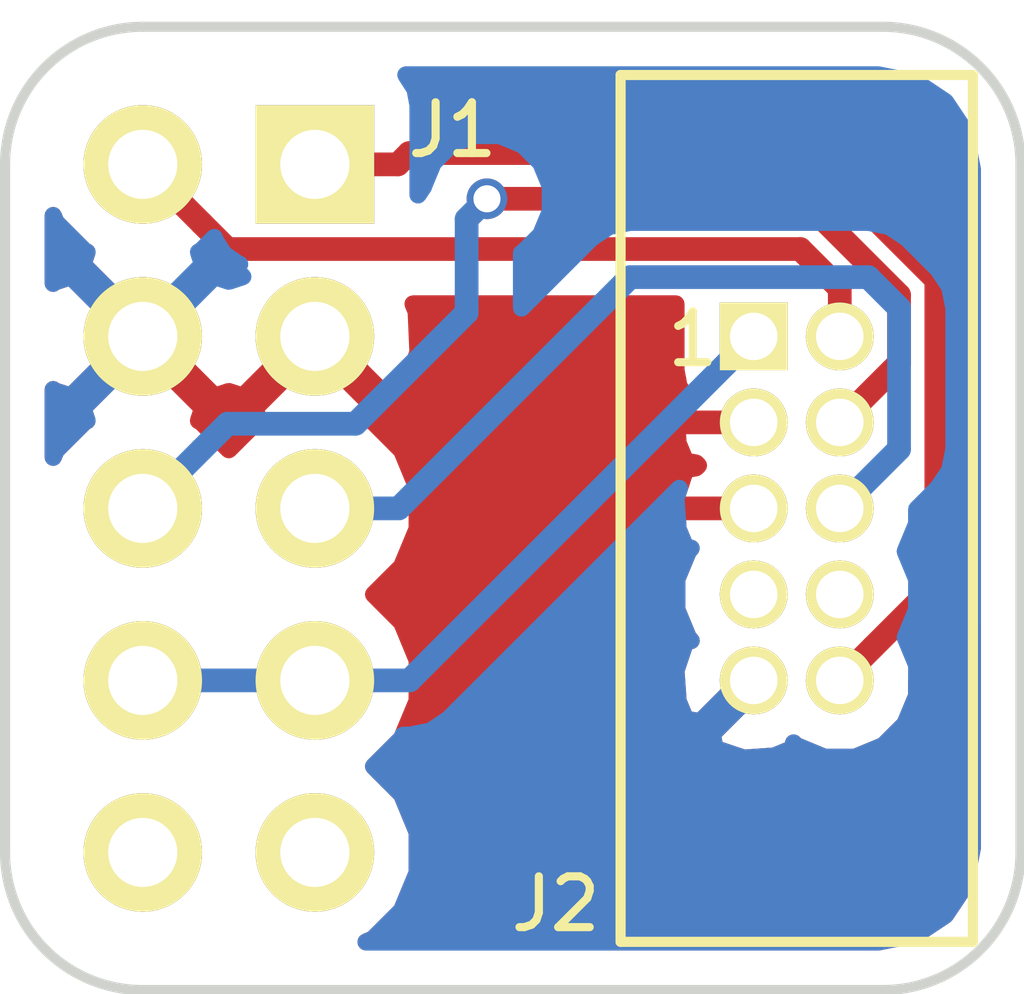
<source format=kicad_pcb>
(kicad_pcb (version 4) (host pcbnew 4.0.0-rc1-stable)

  (general
    (links 10)
    (no_connects 0)
    (area 145.720999 102.473 160.857001 117.423001)
    (thickness 1.6)
    (drawings 9)
    (tracks 36)
    (zones 0)
    (modules 2)
    (nets 11)
  )

  (page A4)
  (layers
    (0 F.Cu signal)
    (31 B.Cu signal)
    (32 B.Adhes user)
    (33 F.Adhes user)
    (34 B.Paste user)
    (35 F.Paste user)
    (36 B.SilkS user)
    (37 F.SilkS user)
    (38 B.Mask user)
    (39 F.Mask user)
    (40 Dwgs.User user)
    (41 Cmts.User user)
    (42 Eco1.User user)
    (43 Eco2.User user)
    (44 Edge.Cuts user)
    (45 Margin user)
    (46 B.CrtYd user)
    (47 F.CrtYd user)
    (48 B.Fab user)
    (49 F.Fab user)
  )

  (setup
    (last_trace_width 0.35)
    (user_trace_width 0.35)
    (trace_clearance 0.2)
    (zone_clearance 0.508)
    (zone_45_only no)
    (trace_min 0.2)
    (segment_width 0.2)
    (edge_width 0.15)
    (via_size 0.6)
    (via_drill 0.4)
    (via_min_size 0.4)
    (via_min_drill 0.3)
    (uvia_size 0.3)
    (uvia_drill 0.1)
    (uvias_allowed no)
    (uvia_min_size 0.2)
    (uvia_min_drill 0.1)
    (pcb_text_width 0.3)
    (pcb_text_size 1.5 1.5)
    (mod_edge_width 0.15)
    (mod_text_size 1 1)
    (mod_text_width 0.15)
    (pad_size 1.524 1.524)
    (pad_drill 0.762)
    (pad_to_mask_clearance 0.2)
    (aux_axis_origin 0 0)
    (visible_elements FFFFFF7F)
    (pcbplotparams
      (layerselection 0x010f0_80000001)
      (usegerberextensions false)
      (excludeedgelayer true)
      (linewidth 0.100000)
      (plotframeref false)
      (viasonmask false)
      (mode 1)
      (useauxorigin false)
      (hpglpennumber 1)
      (hpglpenspeed 20)
      (hpglpendiameter 15)
      (hpglpenoverlay 2)
      (psnegative false)
      (psa4output false)
      (plotreference true)
      (plotvalue true)
      (plotinvisibletext false)
      (padsonsilk false)
      (subtractmaskfromsilk false)
      (outputformat 1)
      (mirror false)
      (drillshape 0)
      (scaleselection 1)
      (outputdirectory gerbers))
  )

  (net 0 "")
  (net 1 /RST)
  (net 2 /SWDIO)
  (net 3 /GND)
  (net 4 /SWIM)
  (net 5 /SWCLK)
  (net 6 /3.3V)
  (net 7 "Net-(J1-Pad9)")
  (net 8 "Net-(J1-Pad10)")
  (net 9 "Net-(J2-Pad7)")
  (net 10 "Net-(J2-Pad8)")

  (net_class Default "This is the default net class."
    (clearance 0.2)
    (trace_width 0.25)
    (via_dia 0.6)
    (via_drill 0.4)
    (uvia_dia 0.3)
    (uvia_drill 0.1)
    (add_net /3.3V)
    (add_net /GND)
    (add_net /RST)
    (add_net /SWCLK)
    (add_net /SWDIO)
    (add_net /SWIM)
    (add_net "Net-(J1-Pad10)")
    (add_net "Net-(J1-Pad9)")
    (add_net "Net-(J2-Pad7)")
    (add_net "Net-(J2-Pad8)")
  )

  (module kicadlib:ARM_10_PIN (layer F.Cu) (tedit 5643C580) (tstamp 5643CB03)
    (at 157.48 110.236)
    (path /5643BF5B)
    (fp_text reference J2 (at -3.556 5.842) (layer F.SilkS)
      (effects (font (size 0.75 0.75) (thickness 0.12)))
    )
    (fp_text value ARM_10PIN (at 0 3.81) (layer F.Fab)
      (effects (font (size 0.75 0.75) (thickness 0.12)))
    )
    (fp_line (start -2.6 -6.4) (end 2.6 -6.4) (layer F.SilkS) (width 0.15))
    (fp_line (start -2.6 6.4) (end -2.6 -6.4) (layer F.SilkS) (width 0.15))
    (fp_line (start 2.6 6.4) (end -2.6 6.4) (layer F.SilkS) (width 0.15))
    (fp_line (start 2.6 -6.4) (end 2.6 6.4) (layer F.SilkS) (width 0.15))
    (fp_text user 1 (at -1.535 -2.5) (layer F.SilkS)
      (effects (font (size 0.75 0.75) (thickness 0.12)))
    )
    (pad 1 thru_hole rect (at -0.635 -2.54) (size 1 1) (drill 0.70104) (layers *.Cu *.Mask F.SilkS)
      (net 6 /3.3V))
    (pad 2 thru_hole circle (at 0.635 -2.54) (size 1 1) (drill 0.70104) (layers *.Cu *.Mask F.SilkS)
      (net 2 /SWDIO))
    (pad 3 thru_hole circle (at -0.635 -1.27) (size 1 1) (drill 0.70104) (layers *.Cu *.Mask F.SilkS)
      (net 3 /GND))
    (pad 4 thru_hole circle (at 0.635 -1.27) (size 1 1) (drill 0.70104) (layers *.Cu *.Mask F.SilkS)
      (net 5 /SWCLK))
    (pad 5 thru_hole circle (at -0.635 0) (size 1 1) (drill 0.70104) (layers *.Cu *.Mask F.SilkS)
      (net 3 /GND))
    (pad 6 thru_hole circle (at 0.635 0) (size 1 1) (drill 0.70104) (layers *.Cu *.Mask F.SilkS)
      (net 4 /SWIM))
    (pad 7 thru_hole circle (at -0.635 1.27) (size 1 1) (drill 0.70104) (layers *.Cu *.Mask F.SilkS)
      (net 9 "Net-(J2-Pad7)"))
    (pad 8 thru_hole circle (at 0.635 1.27) (size 1 1) (drill 0.70104) (layers *.Cu *.Mask F.SilkS)
      (net 10 "Net-(J2-Pad8)"))
    (pad 9 thru_hole circle (at -0.635 2.54) (size 1 1) (drill 0.70104) (layers *.Cu *.Mask F.SilkS)
      (net 3 /GND))
    (pad 10 thru_hole circle (at 0.635 2.54) (size 1 1) (drill 0.70104) (layers *.Cu *.Mask F.SilkS)
      (net 1 /RST))
    (model ${KIPRJMOD}/kicadlib/kicadlib.pretty/models/ARM_10_PIN_TH_SHRD.wrl
      (at (xyz -0.102 -0.25 0))
      (scale (xyz 0.395 0.4 0.4))
      (rotate (xyz 0 0 -90))
    )
  )

  (module kicadlib:ARM_10_PIN_0.1_TH_RIGHTANGLE (layer F.Cu) (tedit 5643C583) (tstamp 5643CAF0)
    (at 150.368 105.156)
    (path /5643C704)
    (fp_text reference J1 (at 2.032 -0.508) (layer F.SilkS)
      (effects (font (size 0.75 0.75) (thickness 0.12)))
    )
    (fp_text value 2X5_HDR (at -1.27 -1.778) (layer F.Fab)
      (effects (font (size 0.75 0.75) (thickness 0.12)))
    )
    (pad 1 thru_hole rect (at 0 0) (size 1.75 1.75) (drill 1.02) (layers *.Cu *.Mask F.SilkS)
      (net 1 /RST))
    (pad 2 thru_hole circle (at -2.54 0) (size 1.75 1.75) (drill 1.02) (layers *.Cu *.Mask F.SilkS)
      (net 2 /SWDIO))
    (pad 3 thru_hole circle (at 0 2.54) (size 1.75 1.75) (drill 1.02) (layers *.Cu *.Mask F.SilkS)
      (net 3 /GND))
    (pad 4 thru_hole circle (at -2.54 2.54) (size 1.75 1.75) (drill 1.02) (layers *.Cu *.Mask F.SilkS)
      (net 3 /GND))
    (pad 5 thru_hole circle (at 0 5.08) (size 1.75 1.75) (drill 1.02) (layers *.Cu *.Mask F.SilkS)
      (net 4 /SWIM))
    (pad 6 thru_hole circle (at -2.54 5.08) (size 1.75 1.75) (drill 1.02) (layers *.Cu *.Mask F.SilkS)
      (net 5 /SWCLK))
    (pad 7 thru_hole circle (at 0 7.62) (size 1.75 1.75) (drill 1.02) (layers *.Cu *.Mask F.SilkS)
      (net 6 /3.3V))
    (pad 8 thru_hole circle (at -2.54 7.62) (size 1.75 1.75) (drill 1.02) (layers *.Cu *.Mask F.SilkS)
      (net 6 /3.3V))
    (pad 9 thru_hole circle (at 0 10.16) (size 1.75 1.75) (drill 1.02) (layers *.Cu *.Mask F.SilkS)
      (net 7 "Net-(J1-Pad9)"))
    (pad 10 thru_hole circle (at -2.54 10.16) (size 1.75 1.75) (drill 1.02) (layers *.Cu *.Mask F.SilkS)
      (net 8 "Net-(J1-Pad10)"))
  )

  (gr_text "github.com/noahp/\n2x5toCortexAdapt\nv1" (at 155.702 114.9985 180) (layer B.Mask)
    (effects (font (size 0.5 0.5) (thickness 0.125)) (justify mirror))
  )
  (gr_line (start 158.75 117.348) (end 147.828 117.348) (angle 90) (layer Edge.Cuts) (width 0.15))
  (gr_line (start 160.782 105.156) (end 160.782 115.316) (angle 90) (layer Edge.Cuts) (width 0.15))
  (gr_line (start 147.828 103.124) (end 158.75 103.124) (angle 90) (layer Edge.Cuts) (width 0.15))
  (gr_line (start 145.796 115.316) (end 145.796 105.156) (angle 90) (layer Edge.Cuts) (width 0.15))
  (gr_arc (start 147.828 115.316) (end 147.828 117.348) (angle 90) (layer Edge.Cuts) (width 0.15))
  (gr_arc (start 158.75 115.316) (end 160.782 115.316) (angle 90) (layer Edge.Cuts) (width 0.15))
  (gr_arc (start 158.75 105.156) (end 158.75 103.124) (angle 90) (layer Edge.Cuts) (width 0.15))
  (gr_arc (start 147.828 105.156) (end 145.796 105.156) (angle 90) (layer Edge.Cuts) (width 0.15))

  (segment (start 150.368 105.156) (end 151.593 105.156) (width 0.35) (layer F.Cu) (net 1))
  (segment (start 151.593 105.156) (end 151.760001 104.988999) (width 0.35) (layer F.Cu) (net 1))
  (segment (start 151.760001 104.988999) (end 157.670766 104.988999) (width 0.35) (layer F.Cu) (net 1))
  (segment (start 157.670766 104.988999) (end 159.540011 106.858243) (width 0.35) (layer F.Cu) (net 1))
  (segment (start 159.540011 106.858243) (end 159.540011 111.350989) (width 0.35) (layer F.Cu) (net 1))
  (segment (start 159.540011 111.350989) (end 158.614999 112.276001) (width 0.35) (layer F.Cu) (net 1))
  (segment (start 158.614999 112.276001) (end 158.115 112.776) (width 0.35) (layer F.Cu) (net 1))
  (segment (start 158.115 107.696) (end 158.115 106.988894) (width 0.35) (layer F.Cu) (net 2))
  (segment (start 158.115 106.988894) (end 157.532107 106.406001) (width 0.35) (layer F.Cu) (net 2))
  (segment (start 157.532107 106.406001) (end 149.078001 106.406001) (width 0.35) (layer F.Cu) (net 2))
  (segment (start 149.078001 106.406001) (end 148.702999 106.030999) (width 0.35) (layer F.Cu) (net 2))
  (segment (start 148.702999 106.030999) (end 147.828 105.156) (width 0.35) (layer F.Cu) (net 2))
  (segment (start 156.845 110.236) (end 152.908 110.236) (width 0.35) (layer F.Cu) (net 3))
  (segment (start 152.908 110.236) (end 150.368 107.696) (width 0.35) (layer F.Cu) (net 3))
  (segment (start 156.845 108.966) (end 151.638 108.966) (width 0.35) (layer F.Cu) (net 3))
  (segment (start 151.638 108.966) (end 150.368 107.696) (width 0.35) (layer F.Cu) (net 3))
  (segment (start 158.115 110.236) (end 158.990001 109.360999) (width 0.35) (layer B.Cu) (net 4))
  (segment (start 158.990001 109.360999) (end 158.990001 107.275999) (width 0.35) (layer B.Cu) (net 4))
  (segment (start 158.990001 107.275999) (end 158.535001 106.820999) (width 0.35) (layer B.Cu) (net 4))
  (segment (start 158.535001 106.820999) (end 155.020437 106.820999) (width 0.35) (layer B.Cu) (net 4))
  (segment (start 155.020437 106.820999) (end 151.605436 110.236) (width 0.35) (layer B.Cu) (net 4))
  (segment (start 151.605436 110.236) (end 150.368 110.236) (width 0.35) (layer B.Cu) (net 4))
  (segment (start 152.908 105.664) (end 152.608001 105.963999) (width 0.35) (layer B.Cu) (net 5))
  (segment (start 152.608001 105.963999) (end 152.608001 107.345999) (width 0.35) (layer B.Cu) (net 5))
  (segment (start 152.608001 107.345999) (end 150.968001 108.985999) (width 0.35) (layer B.Cu) (net 5))
  (segment (start 150.968001 108.985999) (end 149.078001 108.985999) (width 0.35) (layer B.Cu) (net 5))
  (segment (start 149.078001 108.985999) (end 148.702999 109.361001) (width 0.35) (layer B.Cu) (net 5))
  (segment (start 148.702999 109.361001) (end 147.828 110.236) (width 0.35) (layer B.Cu) (net 5))
  (segment (start 158.115 108.966) (end 158.990001 108.090999) (width 0.35) (layer F.Cu) (net 5))
  (segment (start 158.990001 108.090999) (end 158.990001 107.086064) (width 0.35) (layer F.Cu) (net 5))
  (segment (start 158.990001 107.086064) (end 157.567937 105.664) (width 0.35) (layer F.Cu) (net 5))
  (segment (start 157.567937 105.664) (end 152.908 105.664) (width 0.35) (layer F.Cu) (net 5))
  (via (at 152.908 105.664) (size 0.6) (drill 0.4) (layers F.Cu B.Cu) (net 5))
  (segment (start 150.368 112.776) (end 151.765 112.776) (width 0.35) (layer B.Cu) (net 6))
  (segment (start 151.765 112.776) (end 156.845 107.696) (width 0.35) (layer B.Cu) (net 6))
  (segment (start 147.828 112.776) (end 150.368 112.776) (width 0.35) (layer B.Cu) (net 6))

  (zone (net 3) (net_name /GND) (layer F.Cu) (tstamp 5643CC16) (hatch edge 0.508)
    (connect_pads (clearance 0.508))
    (min_thickness 0.254)
    (fill yes (arc_segments 16) (thermal_gap 0.508) (thermal_bridge_width 0.508))
    (polygon
      (pts
        (xy 160.782 117.348) (xy 145.796 117.348) (xy 145.796 103.124) (xy 160.782 103.124) (xy 160.782 117.348)
      )
    )
    (filled_polygon
      (pts
        (xy 146.547138 106.010229) (xy 146.971537 106.43537) (xy 147.006024 106.44969) (xy 146.945545 106.63394) (xy 147.828 107.516395)
        (xy 147.842143 107.502253) (xy 148.021748 107.681858) (xy 148.007605 107.696) (xy 148.89006 108.578455) (xy 149.098 108.5102)
        (xy 149.30594 108.578455) (xy 150.188395 107.696) (xy 150.174253 107.681858) (xy 150.353858 107.502253) (xy 150.368 107.516395)
        (xy 150.382143 107.502253) (xy 150.561748 107.681858) (xy 150.547605 107.696) (xy 151.43006 108.578455) (xy 151.683953 108.495116)
        (xy 151.88959 107.930694) (xy 151.863579 107.330542) (xy 151.816135 107.216001) (xy 155.69756 107.216001) (xy 155.69756 108.196)
        (xy 155.741838 108.431317) (xy 155.797845 108.518355) (xy 155.696888 108.820972) (xy 155.728783 109.271375) (xy 155.839783 109.539352)
        (xy 155.995662 109.56627) (xy 156.030392 109.601) (xy 155.995662 109.63573) (xy 155.839783 109.662648) (xy 155.696888 110.090972)
        (xy 155.728783 110.541375) (xy 155.839783 110.809352) (xy 155.922092 110.823566) (xy 155.883355 110.862235) (xy 155.710197 111.279244)
        (xy 155.709803 111.730775) (xy 155.882233 112.148086) (xy 155.922449 112.188373) (xy 155.839783 112.202648) (xy 155.696888 112.630972)
        (xy 155.728783 113.081375) (xy 155.839783 113.349352) (xy 156.054896 113.386499) (xy 156.665395 112.776) (xy 156.651253 112.761858)
        (xy 156.772173 112.640937) (xy 156.917955 112.641065) (xy 156.980063 112.703173) (xy 156.979936 112.848954) (xy 156.859143 112.969748)
        (xy 156.845 112.955605) (xy 156.234501 113.566104) (xy 156.271648 113.781217) (xy 156.699972 113.924112) (xy 157.150375 113.892217)
        (xy 157.418352 113.781217) (xy 157.432566 113.698908) (xy 157.471235 113.737645) (xy 157.888244 113.910803) (xy 158.339775 113.911197)
        (xy 158.757086 113.738767) (xy 159.076645 113.419765) (xy 159.249803 113.002756) (xy 159.249992 112.78652) (xy 160.072 111.964513)
        (xy 160.072 115.246069) (xy 159.958517 115.816586) (xy 159.674961 116.240958) (xy 159.250585 116.524518) (xy 158.680069 116.638)
        (xy 151.122668 116.638) (xy 151.222229 116.596862) (xy 151.64737 116.172463) (xy 151.877738 115.617675) (xy 151.878262 115.01696)
        (xy 151.648862 114.461771) (xy 151.233464 114.045647) (xy 151.64737 113.632463) (xy 151.877738 113.077675) (xy 151.878262 112.47696)
        (xy 151.648862 111.921771) (xy 151.233464 111.505647) (xy 151.64737 111.092463) (xy 151.877738 110.537675) (xy 151.878262 109.93696)
        (xy 151.648862 109.381771) (xy 151.224463 108.95663) (xy 151.189976 108.94231) (xy 151.250455 108.75806) (xy 150.368 107.875605)
        (xy 149.485545 108.75806) (xy 149.54588 108.941871) (xy 149.513771 108.955138) (xy 149.097647 109.370536) (xy 148.684463 108.95663)
        (xy 148.649976 108.94231) (xy 148.710455 108.75806) (xy 147.828 107.875605) (xy 146.945545 108.75806) (xy 147.00588 108.941871)
        (xy 146.973771 108.955138) (xy 146.54863 109.379537) (xy 146.506 109.482201) (xy 146.506 108.480517) (xy 146.512047 108.495116)
        (xy 146.76594 108.578455) (xy 147.648395 107.696) (xy 146.76594 106.813545) (xy 146.512047 106.896884) (xy 146.506 106.913481)
        (xy 146.506 105.910668)
      )
    )
    (filled_polygon
      (pts
        (xy 156.980063 110.163173) (xy 156.979935 110.308955) (xy 156.917827 110.371063) (xy 156.772046 110.370936) (xy 156.651253 110.250143)
        (xy 156.665395 110.236) (xy 156.651253 110.221858) (xy 156.763497 110.109613) (xy 156.915723 110.098833)
      )
    )
    (filled_polygon
      (pts
        (xy 156.980063 108.893173) (xy 156.979935 109.038955) (xy 156.926503 109.092387) (xy 156.774276 109.103166) (xy 156.651253 108.980143)
        (xy 156.665395 108.966) (xy 156.651253 108.951858) (xy 156.75967 108.84344) (xy 156.93033 108.84344)
      )
    )
  )
  (zone (net 3) (net_name /GND) (layer B.Cu) (tstamp 5643CC16) (hatch edge 0.508)
    (connect_pads (clearance 0.508))
    (min_thickness 0.254)
    (fill yes (arc_segments 16) (thermal_gap 0.508) (thermal_bridge_width 0.508))
    (polygon
      (pts
        (xy 160.782 117.348) (xy 145.796 117.348) (xy 145.796 103.124) (xy 160.782 103.124) (xy 160.782 117.348)
      )
    )
    (filled_polygon
      (pts
        (xy 159.250585 103.947482) (xy 159.674961 104.231042) (xy 159.958517 104.655414) (xy 160.072 105.225931) (xy 160.072 115.246069)
        (xy 159.958517 115.816586) (xy 159.674961 116.240958) (xy 159.250585 116.524518) (xy 158.680069 116.638) (xy 151.122668 116.638)
        (xy 151.222229 116.596862) (xy 151.64737 116.172463) (xy 151.877738 115.617675) (xy 151.878262 115.01696) (xy 151.648862 114.461771)
        (xy 151.233464 114.045647) (xy 151.64737 113.632463) (xy 151.666663 113.586) (xy 151.765 113.586) (xy 152.074974 113.524342)
        (xy 152.337756 113.348756) (xy 155.747626 109.938887) (xy 155.696888 110.090972) (xy 155.728783 110.541375) (xy 155.839783 110.809352)
        (xy 155.922092 110.823566) (xy 155.883355 110.862235) (xy 155.710197 111.279244) (xy 155.709803 111.730775) (xy 155.882233 112.148086)
        (xy 155.922449 112.188373) (xy 155.839783 112.202648) (xy 155.696888 112.630972) (xy 155.728783 113.081375) (xy 155.839783 113.349352)
        (xy 156.054896 113.386499) (xy 156.665395 112.776) (xy 156.651253 112.761858) (xy 156.772173 112.640937) (xy 156.917955 112.641065)
        (xy 156.980063 112.703173) (xy 156.979936 112.848954) (xy 156.859143 112.969748) (xy 156.845 112.955605) (xy 156.234501 113.566104)
        (xy 156.271648 113.781217) (xy 156.699972 113.924112) (xy 157.150375 113.892217) (xy 157.418352 113.781217) (xy 157.432566 113.698908)
        (xy 157.471235 113.737645) (xy 157.888244 113.910803) (xy 158.339775 113.911197) (xy 158.757086 113.738767) (xy 159.076645 113.419765)
        (xy 159.249803 113.002756) (xy 159.250197 112.551225) (xy 159.08049 112.140505) (xy 159.249803 111.732756) (xy 159.250197 111.281225)
        (xy 159.08049 110.870505) (xy 159.249803 110.462756) (xy 159.249992 110.246521) (xy 159.562757 109.933756) (xy 159.68146 109.756104)
        (xy 159.738343 109.670973) (xy 159.800001 109.360999) (xy 159.800001 107.275999) (xy 159.738343 106.966025) (xy 159.590364 106.744559)
        (xy 159.562757 106.703242) (xy 159.107757 106.248243) (xy 159.107756 106.248242) (xy 158.844975 106.072657) (xy 158.535001 106.010999)
        (xy 155.020437 106.010999) (xy 154.848334 106.045233) (xy 154.710464 106.072656) (xy 154.447681 106.248242) (xy 153.418001 107.277922)
        (xy 153.418001 106.464944) (xy 153.436943 106.457117) (xy 153.700192 106.194327) (xy 153.842838 105.850799) (xy 153.843162 105.478833)
        (xy 153.701117 105.135057) (xy 153.438327 104.871808) (xy 153.094799 104.729162) (xy 152.722833 104.728838) (xy 152.379057 104.870883)
        (xy 152.115808 105.133673) (xy 151.973162 105.477201) (xy 151.973156 105.484165) (xy 151.89044 105.607958) (xy 151.89044 104.281)
        (xy 151.846162 104.045683) (xy 151.709948 103.834) (xy 158.680069 103.834)
      )
    )
    (filled_polygon
      (pts
        (xy 156.980063 110.163173) (xy 156.979935 110.308955) (xy 156.917827 110.371063) (xy 156.772046 110.370936) (xy 156.651253 110.250143)
        (xy 156.665395 110.236) (xy 156.651253 110.221858) (xy 156.763497 110.109613) (xy 156.915723 110.098833)
      )
    )
    (filled_polygon
      (pts
        (xy 146.547138 106.010229) (xy 146.971537 106.43537) (xy 147.006024 106.44969) (xy 146.945545 106.63394) (xy 147.828 107.516395)
        (xy 148.710455 106.63394) (xy 148.65012 106.450129) (xy 148.682229 106.436862) (xy 148.884024 106.235419) (xy 148.889838 106.266317)
        (xy 149.02891 106.482441) (xy 149.24111 106.627431) (xy 149.259138 106.631082) (xy 149.191306 106.698914) (xy 149.305938 106.813546)
        (xy 149.098 106.8818) (xy 148.89006 106.813545) (xy 148.007605 107.696) (xy 148.021748 107.710143) (xy 147.842143 107.889748)
        (xy 147.828 107.875605) (xy 146.945545 108.75806) (xy 147.00588 108.941871) (xy 146.973771 108.955138) (xy 146.54863 109.379537)
        (xy 146.506 109.482201) (xy 146.506 108.480517) (xy 146.512047 108.495116) (xy 146.76594 108.578455) (xy 147.648395 107.696)
        (xy 146.76594 106.813545) (xy 146.512047 106.896884) (xy 146.506 106.913481) (xy 146.506 105.910668)
      )
    )
    (filled_polygon
      (pts
        (xy 156.980063 108.893173) (xy 156.979935 109.038955) (xy 156.926503 109.092387) (xy 156.774276 109.103166) (xy 156.678812 109.007702)
        (xy 156.843073 108.84344) (xy 156.93033 108.84344)
      )
    )
    (filled_polygon
      (pts
        (xy 150.561748 107.681858) (xy 150.547605 107.696) (xy 150.561748 107.710143) (xy 150.382143 107.889748) (xy 150.368 107.875605)
        (xy 150.353858 107.889748) (xy 150.174253 107.710143) (xy 150.188395 107.696) (xy 150.174253 107.681858) (xy 150.353858 107.502253)
        (xy 150.368 107.516395) (xy 150.382143 107.502253)
      )
    )
  )
)

</source>
